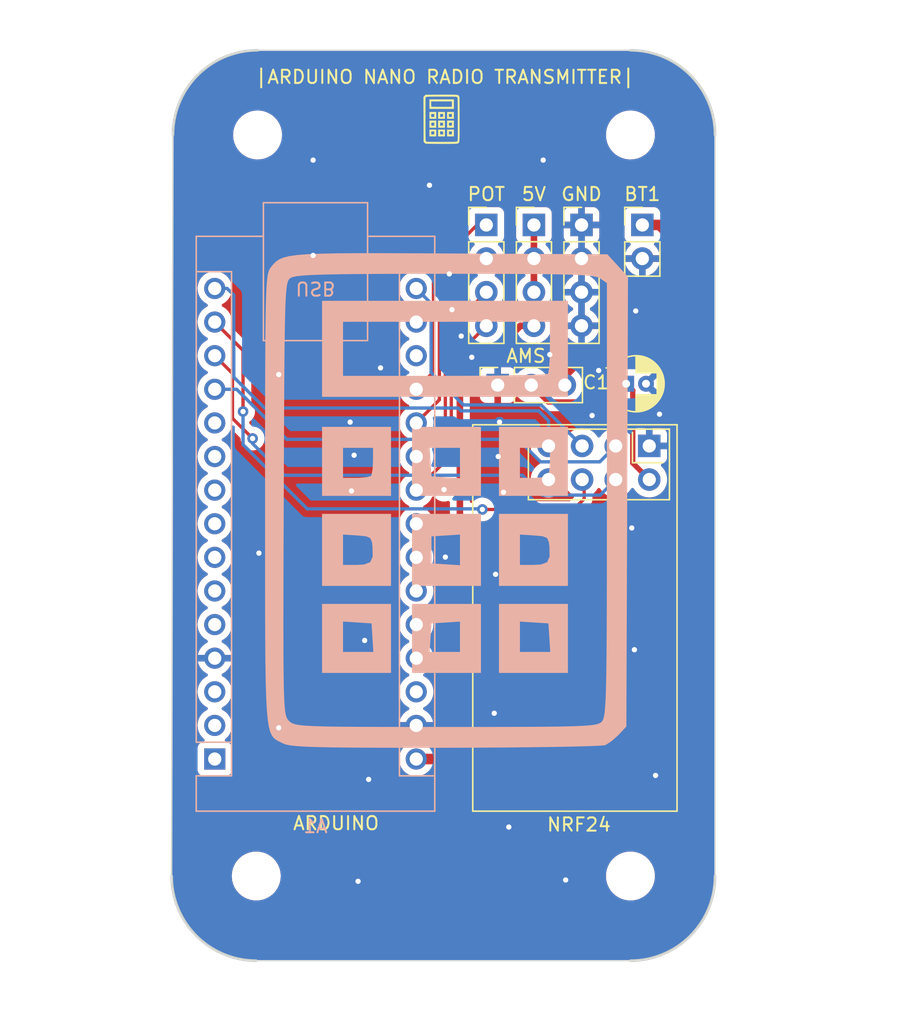
<source format=kicad_pcb>
(kicad_pcb (version 20221018) (generator pcbnew)
  (title_block (title "Arduino Nano Radio Transmitter") (date "2023-10-01") (rev "0") (company "N/A") (comment 1 "N/A"))
  (layers (0 "F.Cu" signal) (31 "B.Cu" signal) (34 "B.Paste" user) (35 "F.Paste" user) (36 "B.SilkS" user "B.Silkscreen") (37 "F.SilkS" user "F.Silkscreen") (38 "B.Mask" user) (39 "F.Mask" user) (44 "Edge.Cuts" user))
  (net 0 "")
  (net 4 "GND")
  (net 12 "/CE")
  (net 13 "/CSN")
  (net 14 "/MOSI")
  (net 15 "/MISO")
  (net 16 "/SCK")
  (net 19 "Net-(A1-A0)")
  (net 20 "Net-(A1-A1)")
  (net 21 "Net-(A1-A2)")
  (net 22 "Net-(A1-A3)")
  (net 27 "Net-(A1-+5V)")
  (net 29 "+12V")
  (net 30 "+3.3V")
  (footprint "Connector_PinHeader_2.54mm:PinHeader_1x02_P2.54mm_Vertical" (layer "F.Cu") (at 107.5 46.3)
    (fp_text reference "BT1" (at 0 -2.33) (layer "F.SilkS"))
    (fp_text value "Battery")
    (pad "1" thru_hole rect (at 0 0) (size 1.7 1.7) (drill 1) (layers "*.Cu" "*.Mask") (net 29 "+12V"))
    (pad "2" thru_hole oval (at 0 2.54) (size 1.7 1.7) (drill 1) (layers "*.Cu" "*.Mask") (net 4 "GND"))
  )
  (footprint "Connector_PinHeader_2.54mm:PinHeader_1x04_P2.54mm_Vertical" (layer "F.Cu") (at 95.7 46.3)
    (fp_text reference "POT" (at 0 -2.33) (layer "F.SilkS"))
    (fp_text value "Conn_01x04_Pin" hide)
    (pad "1" thru_hole rect (at 0 0) (size 1.7 1.7) (drill 1) (layers "*.Cu" "*.Mask") (net 19 "Net-(A1-A0)"))
    (pad "2" thru_hole oval (at 0 2.54) (size 1.7 1.7) (drill 1) (layers "*.Cu" "*.Mask") (net 20 "Net-(A1-A1)"))
    (pad "3" thru_hole oval (at 0 5.08) (size 1.7 1.7) (drill 1) (layers "*.Cu" "*.Mask") (net 21 "Net-(A1-A2)"))
    (pad "4" thru_hole oval (at 0 7.62) (size 1.7 1.7) (drill 1) (layers "*.Cu" "*.Mask") (net 22 "Net-(A1-A3)"))
  )
  (footprint "Graphics:pcbLogo_4mmx4mm" (layer "F.Cu") (at 92.3 38.3)
    (fp_text reference "G***" hide)
    (fp_text value "LOGO" hide)
  )
  (footprint "Capacitor_THT:CP_Radial_D4.0mm_P1.50mm" (layer "F.Cu") (at 106.277401 58.3)
    (fp_text reference "C1" (at -2.277401 -0.1) (layer "F.SilkS"))
    (fp_text value "10u")
    (pad "1" thru_hole rect (at 0 0) (size 1.2 1.2) (drill 0.6) (layers "*.Cu" "*.Mask") (net 30 "+3.3V"))
    (pad "2" thru_hole circle (at 1.5 0) (size 1.2 1.2) (drill 0.6) (layers "*.Cu" "*.Mask") (net 4 "GND"))
  )
  (footprint "MountingHole:MountingHole_3.2mm_M3" (layer "F.Cu") (at 106.6 95.5)
    (fp_text reference "REF**" hide)
    (fp_text value "MountingHole_3.2mm_M3")
    (pad "" np_thru_hole circle (at 0 0) (size 3.2 3.2) (drill 3.2) (layers "F&B.Cu" "*.Mask"))
  )
  (footprint "MountingHole:MountingHole_3.2mm_M3" (layer "F.Cu") (at 78.4 39.5)
    (fp_text reference "REF**" hide)
    (fp_text value "MountingHole_3.2mm_M3")
    (pad "" np_thru_hole circle (at 0 0) (size 3.2 3.2) (drill 3.2) (layers "F&B.Cu" "*.Mask"))
  )
  (footprint "Connector_PinHeader_2.54mm:PinHeader_1x04_P2.54mm_Vertical" (layer "F.Cu") (at 99.3 46.3)
    (fp_text reference "5V" (at 0 -2.33) (layer "F.SilkS"))
    (fp_text value "Conn_01x04_Pin" hide)
    (pad "1" thru_hole rect (at 0 0) (size 1.7 1.7) (drill 1) (layers "*.Cu" "*.Mask") (net 27 "Net-(A1-+5V)"))
    (pad "2" thru_hole oval (at 0 2.54) (size 1.7 1.7) (drill 1) (layers "*.Cu" "*.Mask") (net 27 "Net-(A1-+5V)"))
    (pad "3" thru_hole oval (at 0 5.08) (size 1.7 1.7) (drill 1) (layers "*.Cu" "*.Mask") (net 27 "Net-(A1-+5V)"))
    (pad "4" thru_hole oval (at 0 7.62) (size 1.7 1.7) (drill 1) (layers "*.Cu" "*.Mask") (net 27 "Net-(A1-+5V)"))
  )
  (footprint "MountingHole:MountingHole_3.2mm_M3" (layer "F.Cu") (at 106.6 39.5)
    (fp_text reference "REF**" hide)
    (fp_text value "MountingHole_3.2mm_M3")
    (pad "" np_thru_hole circle (at 0 0) (size 3.2 3.2) (drill 3.2) (layers "*.Cu" "*.Mask"))
  )
  (footprint "Connector_PinHeader_2.54mm:PinHeader_1x04_P2.54mm_Vertical" (layer "F.Cu") (at 102.9 46.3)
    (fp_text reference "GND" (at 0 -2.33) (layer "F.SilkS"))
    (fp_text value "Conn_01x04_Pin" hide)
    (pad "1" thru_hole rect (at 0 0) (size 1.7 1.7) (drill 1) (layers "*.Cu" "*.Mask") (net 4 "GND"))
    (pad "2" thru_hole oval (at 0 2.54) (size 1.7 1.7) (drill 1) (layers "*.Cu" "*.Mask") (net 4 "GND"))
    (pad "3" thru_hole oval (at 0 5.08) (size 1.7 1.7) (drill 1) (layers "*.Cu" "*.Mask") (net 4 "GND"))
    (pad "4" thru_hole oval (at 0 7.62) (size 1.7 1.7) (drill 1) (layers "*.Cu" "*.Mask") (net 4 "GND"))
  )
  (footprint "MountingHole:MountingHole_3.2mm_M3" (layer "F.Cu") (at 78.3 95.5)
    (fp_text reference "REF**" hide)
    (fp_text value "MountingHole_3.2mm_M3")
    (pad "" np_thru_hole circle (at 0 0) (size 3.2 3.2) (drill 3.2) (layers "F&B.Cu" "*.Mask"))
  )
  (footprint "Connector_PinSocket_2.54mm:PinSocket_1x03_P2.54mm_Vertical" (layer "F.Cu") (at 96.56 58.4 90)
    (fp_text reference "AMS" (at 2.2 2.14 180) (layer "F.SilkS"))
    (fp_text value "AMS1117-3.3" hide)
    (pad "1" thru_hole rect (at 0 0 90) (size 1.7 1.7) (drill 1) (layers "*.Cu" "*.Mask") (net 4 "GND"))
    (pad "2" thru_hole oval (at 0 2.54 90) (size 1.7 1.7) (drill 1) (layers "*.Cu" "*.Mask") (net 30 "+3.3V"))
    (pad "3" thru_hole oval (at 0 5.08 90) (size 1.7 1.7) (drill 1) (layers "*.Cu" "*.Mask") (net 29 "+12V"))
  )
  (footprint "RF_Module:nRF24L01_Breakout" (layer "F.Cu") (at 108.025 63 -90)
    (fp_text reference "U3" hide)
    (fp_text value "NRF24L01_Breakout" hide)
    (pad "1" thru_hole rect (at 0 0 270) (size 1.7 1.7) (drill 1) (layers "*.Cu" "*.Mask") (net 4 "GND"))
    (pad "2" thru_hole circle (at 2.54 0 270) (size 1.7 1.7) (drill 1) (layers "*.Cu" "*.Mask") (net 30 "+3.3V"))
    (pad "3" thru_hole circle (at 0 2.54 270) (size 1.7 1.7) (drill 1) (layers "*.Cu" "*.Mask") (net 12 "/CE"))
    (pad "4" thru_hole circle (at 2.54 2.54 270) (size 1.7 1.7) (drill 1) (layers "*.Cu" "*.Mask") (net 13 "/CSN"))
    (pad "5" thru_hole circle (at 0 5.08 270) (size 1.7 1.7) (drill 1) (layers "*.Cu" "*.Mask") (net 16 "/SCK"))
    (pad "6" thru_hole circle (at 2.54 5.08 270) (size 1.7 1.7) (drill 1) (layers "*.Cu" "*.Mask") (net 14 "/MOSI"))
    (pad "7" thru_hole circle (at 0 7.62 270) (size 1.7 1.7) (drill 1) (layers "*.Cu" "*.Mask") (net 15 "/MISO"))
    (pad "8" thru_hole circle (at 2.54 7.62 270) (size 1.7 1.7) (drill 1) (layers "*.Cu" "*.Mask"))
  )
  (footprint "Module:Arduino_Nano" (layer "B.Cu") (at 75.16 86.66)
    (fp_text reference "A1" (at 7.62 5.08) (layer "B.SilkS") (effects (justify mirror)))
    (fp_text value "Arduino_Nano_v2.x" hide)
    (fp_text user "USB" (at 7.62 -35.56 180 unlocked) (layer "B.SilkS") (effects (justify mirror)))
    (pad "1" thru_hole rect (at 0 0) (size 1.6 1.6) (drill 1) (layers "*.Cu" "*.Mask"))
    (pad "2" thru_hole oval (at 0 -2.54) (size 1.6 1.6) (drill 1) (layers "*.Cu" "*.Mask"))
    (pad "3" thru_hole oval (at 0 -5.08) (size 1.6 1.6) (drill 1) (layers "*.Cu" "*.Mask"))
    (pad "4" thru_hole oval (at 0 -7.62) (size 1.6 1.6) (drill 1) (layers "*.Cu" "*.Mask") (net 4 "GND"))
    (pad "5" thru_hole oval (at 0 -10.16) (size 1.6 1.6) (drill 1) (layers "*.Cu" "*.Mask"))
    (pad "6" thru_hole oval (at 0 -12.7) (size 1.6 1.6) (drill 1) (layers "*.Cu" "*.Mask"))
    (pad "7" thru_hole oval (at 0 -15.24) (size 1.6 1.6) (drill 1) (layers "*.Cu" "*.Mask"))
    (pad "8" thru_hole oval (at 0 -17.78) (size 1.6 1.6) (drill 1) (layers "*.Cu" "*.Mask"))
    (pad "9" thru_hole oval (at 0 -20.32) (size 1.6 1.6) (drill 1) (layers "*.Cu" "*.Mask"))
    (pad "10" thru_hole oval (at 0 -22.86) (size 1.6 1.6) (drill 1) (layers "*.Cu" "*.Mask"))
    (pad "11" thru_hole oval (at 0 -25.4) (size 1.6 1.6) (drill 1) (layers "*.Cu" "*.Mask"))
    (pad "12" thru_hole oval (at 0 -27.94) (size 1.6 1.6) (drill 1) (layers "*.Cu" "*.Mask") (net 12 "/CE"))
    (pad "13" thru_hole oval (at 0 -30.48) (size 1.6 1.6) (drill 1) (layers "*.Cu" "*.Mask") (net 13 "/CSN"))
    (pad "14" thru_hole oval (at 0 -33.02) (size 1.6 1.6) (drill 1) (layers "*.Cu" "*.Mask") (net 14 "/MOSI"))
    (pad "15" thru_hole oval (at 0 -35.56) (size 1.6 1.6) (drill 1) (layers "*.Cu" "*.Mask") (net 15 "/MISO"))
    (pad "16" thru_hole oval (at 15.24 -35.56) (size 1.6 1.6) (drill 1) (layers "*.Cu" "*.Mask") (net 16 "/SCK"))
    (pad "17" thru_hole oval (at 15.24 -33.02) (size 1.6 1.6) (drill 1) (layers "*.Cu" "*.Mask"))
    (pad "18" thru_hole oval (at 15.24 -30.48) (size 1.6 1.6) (drill 1) (layers "*.Cu" "*.Mask"))
    (pad "19" thru_hole oval (at 15.24 -27.94) (size 1.6 1.6) (drill 1) (layers "*.Cu" "*.Mask") (net 19 "Net-(A1-A0)"))
    (pad "20" thru_hole oval (at 15.24 -25.4) (size 1.6 1.6) (drill 1) (layers "*.Cu" "*.Mask") (net 20 "Net-(A1-A1)"))
    (pad "21" thru_hole oval (at 15.24 -22.86) (size 1.6 1.6) (drill 1) (layers "*.Cu" "*.Mask") (net 21 "Net-(A1-A2)"))
    (pad "22" thru_hole oval (at 15.24 -20.32) (size 1.6 1.6) (drill 1) (layers "*.Cu" "*.Mask") (net 22 "Net-(A1-A3)"))
    (pad "23" thru_hole oval (at 15.24 -17.78) (size 1.6 1.6) (drill 1) (layers "*.Cu" "*.Mask"))
    (pad "24" thru_hole oval (at 15.24 -15.24) (size 1.6 1.6) (drill 1) (layers "*.Cu" "*.Mask"))
    (pad "25" thru_hole oval (at 15.24 -12.7) (size 1.6 1.6) (drill 1) (layers "*.Cu" "*.Mask"))
    (pad "26" thru_hole oval (at 15.24 -10.16) (size 1.6 1.6) (drill 1) (layers "*.Cu" "*.Mask"))
    (pad "27" thru_hole oval (at 15.24 -7.62) (size 1.6 1.6) (drill 1) (layers "*.Cu" "*.Mask") (net 27 "Net-(A1-+5V)"))
    (pad "28" thru_hole oval (at 15.24 -5.08) (size 1.6 1.6) (drill 1) (layers "*.Cu" "*.Mask"))
    (pad "29" thru_hole oval (at 15.24 -2.54) (size 1.6 1.6) (drill 1) (layers "*.Cu" "*.Mask") (net 4 "GND"))
    (pad "30" thru_hole oval (at 15.24 0) (size 1.6 1.6) (drill 1) (layers "*.Cu" "*.Mask") (net 29 "+12V"))
  )
  (footprint "Graphics:pcbLogo_40mmx40mm" (layer "B.Cu") (at 92.8 67 180)
    (fp_text reference "G***" hide)
    (fp_text value "LOGO" hide)
  )
  (gr_line (start 78.4 33.1) (end 106.6 33.1) (stroke (width 0.1)) (layer "Edge.Cuts"))
  (gr_line (start 113 39.5) (end 113 95.5) (stroke (width 0.1)) (layer "Edge.Cuts"))
  (gr_line (start 106.6 101.9) (end 78.3 101.9) (stroke (width 0.1)) (layer "Edge.Cuts"))
  (gr_arc (start 78.3 101.9) (mid 73.774517 100.025483) (end 71.9 95.5) (stroke (width 0.2)) (layer "Edge.Cuts"))
  (gr_arc (start 106.6 33.1) (mid 111.125483 34.974517) (end 113 39.5) (stroke (width 0.2)) (layer "Edge.Cuts"))
  (gr_line (start 71.9 95.5) (end 72 39.5) (stroke (width 0.1)) (layer "Edge.Cuts"))
  (gr_arc (start 72 39.5) (mid 73.874517 34.974517) (end 78.4 33.1) (stroke (width 0.2)) (layer "Edge.Cuts"))
  (gr_arc (start 113 95.5) (mid 111.125483 100.025483) (end 106.6 101.9) (stroke (width 0.2)) (layer "Edge.Cuts"))
  (gr_text "NRF24" (at 100.2 92.2) (layer "F.SilkS") (effects (font (size 1 1)) (justify left bottom)))
  (gr_text "|ARDUINO NANO RADIO TRANSMITTER|" (at 78.1 35.7) (layer "F.SilkS") (effects (font (size 1 1)) (justify left bottom)))
  (gr_text "ARDUINO" (at 81 92.1) (layer "F.SilkS") (effects (font (size 1 1)) (justify left bottom)))
  (via (at 92.5 66.3) (size 0.8) (drill 0.4) (layers "F.Cu" "B.Cu") (net 0))
  (via (at 87.7 57.1) (size 0.8) (drill 0.4) (layers "F.Cu" "B.Cu") (net 4))
  (via (at 108.8 60.6) (size 0.8) (drill 0.4) (layers "F.Cu" "B.Cu") (net 4))
  (via (at 86 95.9) (size 0.8) (drill 0.4) (layers "F.Cu" "B.Cu") (net 4))
  (via (at 108.5 87.9) (size 0.8) (drill 0.4) (layers "F.Cu" "B.Cu") (net 4))
  (via (at 101.7 95.8) (size 0.8) (drill 0.4) (layers "F.Cu" "B.Cu") (net 4))
  (via (at 106.9 78.4) (size 0.8) (drill 0.4) (layers "F.Cu" "B.Cu") (net 4))
  (via (at 107 52.8) (size 0.8) (drill 0.4) (layers "F.Cu" "B.Cu") (net 4))
  (via (at 97.4 91.8) (size 0.8) (drill 0.4) (layers "F.Cu" "B.Cu") (net 4))
  (via (at 96.7 61.2) (size 0.8) (drill 0.4) (layers "F.Cu" "B.Cu") (net 4))
  (via (at 92.6 71.4) (size 0.8) (drill 0.4) (layers "F.Cu" "B.Cu") (net 4))
  (via (at 100.5 56.1) (size 0.8) (drill 0.4) (layers "F.Cu" "B.Cu") (net 4))
  (via (at 85.4 61.2) (size 0.8) (drill 0.4) (layers "F.Cu" "B.Cu") (net 4))
  (via (at 78.5 71.1) (size 0.8) (drill 0.4) (layers "F.Cu" "B.Cu") (net 4))
  (via (at 80 57.6) (size 0.8) (drill 0.4) (layers "F.Cu" "B.Cu") (net 4))
  (via (at 96.6 63.8) (size 0.8) (drill 0.4) (layers "F.Cu" "B.Cu") (net 4))
  (via (at 96.4 72.7) (size 0.8) (drill 0.4) (layers "F.Cu" "B.Cu") (net 4))
  (via (at 106.7 69.2) (size 0.8) (drill 0.4) (layers "F.Cu" "B.Cu") (net 4))
  (via (at 82.6 41.4) (size 0.8) (drill 0.4) (layers "F.Cu" "B.Cu") (net 4))
  (via (at 85.5 66.4) (size 0.8) (drill 0.4) (layers "F.Cu" "B.Cu") (net 4))
  (via (at 86.8 88.2) (size 0.8) (drill 0.4) (layers "F.Cu" "B.Cu") (net 4))
  (via (at 93.8 54.7) (size 0.8) (drill 0.4) (layers "F.Cu" "B.Cu") (net 4))
  (via (at 97 66.5) (size 0.8) (drill 0.4) (layers "F.Cu" "B.Cu") (net 4))
  (via (at 96.3 83.2) (size 0.8) (drill 0.4) (layers "F.Cu" "B.Cu") (net 4))
  (via (at 93.1 52.7) (size 0.8) (drill 0.4) (layers "F.Cu" "B.Cu") (net 4))
  (via (at 91.4 43.3) (size 0.8) (drill 0.4) (layers "F.Cu" "B.Cu") (net 4))
  (via (at 85.7 63.7) (size 0.8) (drill 0.4) (layers "F.Cu" "B.Cu") (net 4))
  (via (at 86.5 77.7) (size 0.8) (drill 0.4) (layers "F.Cu" "B.Cu") (net 4))
  (via (at 103.7 60.7) (size 0.8) (drill 0.4) (layers "F.Cu" "B.Cu") (net 4))
  (via (at 80 84.3) (size 0.8) (drill 0.4) (layers "F.Cu" "B.Cu") (net 4))
  (via (at 94.6 56.3) (size 0.8) (drill 0.4) (layers "F.Cu" "B.Cu") (net 4))
  (via (at 104.2 57.3) (size 0.8) (drill 0.4) (layers "F.Cu" "B.Cu") (net 4))
  (via (at 100 41.4) (size 0.8) (drill 0.4) (layers "F.Cu" "B.Cu") (net 4))
  (via (at 82.6 48.6) (size 0.8) (drill 0.4) (layers "F.Cu" "B.Cu") (net 4))
  (via (at 92.9 50) (size 0.8) (drill 0.4) (layers "F.Cu" "B.Cu") (net 4))
  (segment (start 76.82 58.72) (end 80.6 62.5) (width 0.25) (layer "B.Cu") (net 12))
  (segment (start 104.285 64.2) (end 105.485 63) (width 0.25) (layer "B.Cu") (net 12))
  (segment (start 98.1 62.5) (end 99.8 64.2) (width 0.25) (layer "B.Cu") (net 12))
  (segment (start 75.16 58.72) (end 76.82 58.72) (width 0.25) (layer "B.Cu") (net 12))
  (segment (start 99.8 64.2) (end 104.285 64.2) (width 0.25) (layer "B.Cu") (net 12))
  (segment (start 80.6 62.5) (end 98.1 62.5) (width 0.25) (layer "B.Cu") (net 12))
  (segment (start 76.5 57.52) (end 76.5 60.913201) (width 0.25) (layer "F.Cu") (net 13))
  (segment (start 76.5 60.913201) (end 78.0245 62.437701) (width 0.25) (layer "F.Cu") (net 13))
  (segment (start 75.16 56.18) (end 76.5 57.52) (width 0.25) (layer "F.Cu") (net 13))
  (segment (start 78.0245 62.437701) (end 78.074695 62.387506) (width 0.25) (layer "F.Cu") (net 13))
  (segment (start 78.074695 62.387506) (end 78.074695 62.2) (width 0.25) (layer "F.Cu") (net 13))
  (via (at 78.0245 62.437701) (size 0.8) (drill 0.4) (layers "F.Cu" "B.Cu") (net 13))
  (segment (start 104.31 66.715) (end 105.485 65.54) (width 0.25) (layer "B.Cu") (net 13))
  (segment (start 98.418299 65.215) (end 99.918299 66.715) (width 0.25) (layer "B.Cu") (net 13))
  (segment (start 78.0245 62.437701) (end 78.1 62.362201) (width 0.25) (layer "B.Cu") (net 13))
  (segment (start 80.415 65.215) (end 98.418299 65.215) (width 0.25) (layer "B.Cu") (net 13))
  (segment (start 78.0245 62.437701) (end 78.0245 62.8245) (width 0.25) (layer "B.Cu") (net 13))
  (segment (start 78.0245 62.8245) (end 80.415 65.215) (width 0.25) (layer "B.Cu") (net 13))
  (segment (start 78.1 62.362201) (end 78.1 62.3) (width 0.25) (layer "B.Cu") (net 13))
  (segment (start 99.918299 66.715) (end 104.31 66.715) (width 0.25) (layer "B.Cu") (net 13))
  (segment (start 103.1 67) (end 103.1 65.695) (width 0.25) (layer "F.Cu") (net 14))
  (segment (start 102.3 67.8) (end 103.1 67) (width 0.25) (layer "F.Cu") (net 14))
  (segment (start 77.3 60.4) (end 77.3 55.78) (width 0.25) (layer "F.Cu") (net 14))
  (segment (start 77.3 55.78) (end 75.16 53.64) (width 0.25) (layer "F.Cu") (net 14))
  (segment (start 103.1 65.695) (end 102.945 65.54) (width 0.25) (layer "F.Cu") (net 14))
  (segment (start 95.4 67.8) (end 102.3 67.8) (width 0.25) (layer "F.Cu") (net 14))
  (via (at 77.3 60.4) (size 0.8) (drill 0.4) (layers "F.Cu" "B.Cu") (net 14))
  (via (at 95.4 67.8) (size 0.8) (drill 0.4) (layers "F.Cu" "B.Cu") (net 14))
  (segment (start 77.3 62.9) (end 82.155 67.755) (width 0.25) (layer "B.Cu") (net 14))
  (segment (start 77.3 60.4) (end 77.3 62.9) (width 0.25) (layer "B.Cu") (net 14))
  (segment (start 95.355 67.755) (end 95.4 67.8) (width 0.25) (layer "B.Cu") (net 14))
  (segment (start 82.155 67.755) (end 95.355 67.755) (width 0.25) (layer "B.Cu") (net 14))
  (segment (start 99.658604 60.35) (end 100.405 61.096396) (width 0.25) (layer "B.Cu") (net 15))
  (segment (start 93.783604 60.35) (end 99.658604 60.35) (width 0.25) (layer "B.Cu") (net 15))
  (segment (start 75.16 51.1) (end 76.1 51.1) (width 0.25) (layer "B.Cu") (net 15))
  (segment (start 76.6 51.6) (end 76.6 57.8) (width 0.25) (layer "B.Cu") (net 15))
  (segment (start 100.405 61.096396) (end 100.405 63) (width 0.25) (layer "B.Cu") (net 15))
  (segment (start 76.1 51.1) (end 76.6 51.6) (width 0.25) (layer "B.Cu") (net 15))
  (segment (start 93.568604 60.135) (end 93.783604 60.35) (width 0.25) (layer "B.Cu") (net 15))
  (segment (start 76.6 57.8) (end 78.935 60.135) (width 0.25) (layer "B.Cu") (net 15))
  (segment (start 78.935 60.135) (end 93.568604 60.135) (width 0.25) (layer "B.Cu") (net 15))
  (segment (start 102.945 63) (end 99.845 59.9) (width 0.25) (layer "B.Cu") (net 16))
  (segment (start 93.97 59.9) (end 91.525 57.455) (width 0.25) (layer "B.Cu") (net 16))
  (segment (start 91.525 52.225) (end 90.4 51.1) (width 0.25) (layer "B.Cu") (net 16))
  (segment (start 91.525 57.455) (end 91.525 52.225) (width 0.25) (layer "B.Cu") (net 16))
  (segment (start 99.845 59.9) (end 93.97 59.9) (width 0.25) (layer "B.Cu") (net 16))
  (segment (start 91.7 57.42) (end 90.4 58.72) (width 0.25) (layer "F.Cu") (net 19))
  (segment (start 91.7 49.6) (end 91.7 57.42) (width 0.25) (layer "F.Cu") (net 19))
  (segment (start 95 46.3) (end 91.7 49.6) (width 0.25) (layer "F.Cu") (net 19))
  (segment (start 92.15 52.39) (end 92.15 59.51) (width 0.25) (layer "F.Cu") (net 20))
  (segment (start 92.15 59.51) (end 90.4 61.26) (width 0.25) (layer "F.Cu") (net 20))
  (segment (start 95.7 48.84) (end 92.15 52.39) (width 0.25) (layer "F.Cu") (net 20))
  (segment (start 92.6 54.48) (end 92.6 61.6) (width 0.25) (layer "F.Cu") (net 21))
  (segment (start 95.7 51.38) (end 92.6 54.48) (width 0.25) (layer "F.Cu") (net 21))
  (segment (start 92.6 61.6) (end 90.4 63.8) (width 0.25) (layer "F.Cu") (net 21))
  (segment (start 95.7 53.92) (end 93.05 56.57) (width 0.25) (layer "F.Cu") (net 22))
  (segment (start 93.05 63.69) (end 90.4 66.34) (width 0.25) (layer "F.Cu") (net 22))
  (segment (start 93.05 56.57) (end 93.05 63.69) (width 0.25) (layer "F.Cu") (net 22))
  (segment (start 99.3 48.84) (end 99.3 51.38) (width 0.5) (layer "F.Cu") (net 27))
  (segment (start 98.28 53.92) (end 93.7 58.5) (width 0.5) (layer "F.Cu") (net 27))
  (segment (start 99.3 51.38) (end 99.3 53.92) (width 0.5) (layer "F.Cu") (net 27))
  (segment (start 99.3 53.92) (end 98.28 53.92) (width 0.5) (layer "F.Cu") (net 27))
  (segment (start 93.7 58.5) (end 93.7 77.5) (width 0.5) (layer "F.Cu") (net 27))
  (segment (start 99.3 46.3) (end 99.3 48.84) (width 0.5) (layer "F.Cu") (net 27))
  (segment (start 93.7 77.5) (end 92.16 79.04) (width 0.5) (layer "F.Cu") (net 27))
  (segment (start 92.16 79.04) (end 90.4 79.04) (width 0.5) (layer "F.Cu") (net 27))
  (segment (start 90.4 86.66) (end 107.64 86.66) (width 0.8) (layer "F.Cu") (net 29))
  (segment (start 108.8 46.3) (end 107.5 46.3) (width 0.8) (layer "F.Cu") (net 29))
  (segment (start 111.2 48.7) (end 108.8 46.3) (width 0.8) (layer "F.Cu") (net 29))
  (segment (start 107.64 86.66) (end 111.2 83.1) (width 0.8) (layer "F.Cu") (net 29))
  (segment (start 111.2 83.1) (end 111.2 48.7) (width 0.8) (layer "F.Cu") (net 29))
  (segment (start 111.2 54.4) (end 109.8 55.8) (width 0.8) (layer "F.Cu") (net 29))
  (segment (start 103.4 55.8) (end 101.64 57.56) (width 0.8) (layer "F.Cu") (net 29))
  (segment (start 101.64 57.56) (end 101.64 58.4) (width 0.8) (layer "F.Cu") (net 29))
  (segment (start 109.8 55.8) (end 103.4 55.8) (width 0.8) (layer "F.Cu") (net 29))
  (segment (start 106.775 58.797599) (end 106.775 64.29) (width 0.4) (layer "F.Cu") (net 30))
  (segment (start 106.277401 58.3) (end 104.902401 59.675) (width 0.4) (layer "F.Cu") (net 30))
  (segment (start 104.902401 59.675) (end 100.375 59.675) (width 0.4) (layer "F.Cu") (net 30))
  (segment (start 106.775 64.29) (end 108.025 65.54) (width 0.4) (layer "F.Cu") (net 30))
  (segment (start 106.277401 58.3) (end 106.775 58.797599) (width 0.4) (layer "F.Cu") (net 30))
  (segment (start 100.375 59.675) (end 99.1 58.4) (width 0.4) (layer "F.Cu") (net 30))
  (zone (net 4) (net_name "GND") (layer "F.Cu") (connect_pads (clearance 0.5)) (min_thickness 0.25) (fill yes (thermal_gap 0.5) (thermal_bridge_width 0.5))
    (polygon (pts (xy 69 31.4) (xy 117.6 31.6) (xy 117 104.1) (xy 69 104.4) (xy 69 31.4) (xy 69 31.4) (xy 69 31.4)))
  )
  (zone (net 4) (net_name "GND") (layer "B.Cu") (priority 1) (connect_pads (clearance 0.5)) (min_thickness 0.25) (fill yes (thermal_gap 0.5) (thermal_bridge_width 0.5))
    (polygon (pts (xy 66.9 29.3) (xy 119.3 29.6) (xy 118.6 106) (xy 66.1 106.7)))
  )
)
</source>
